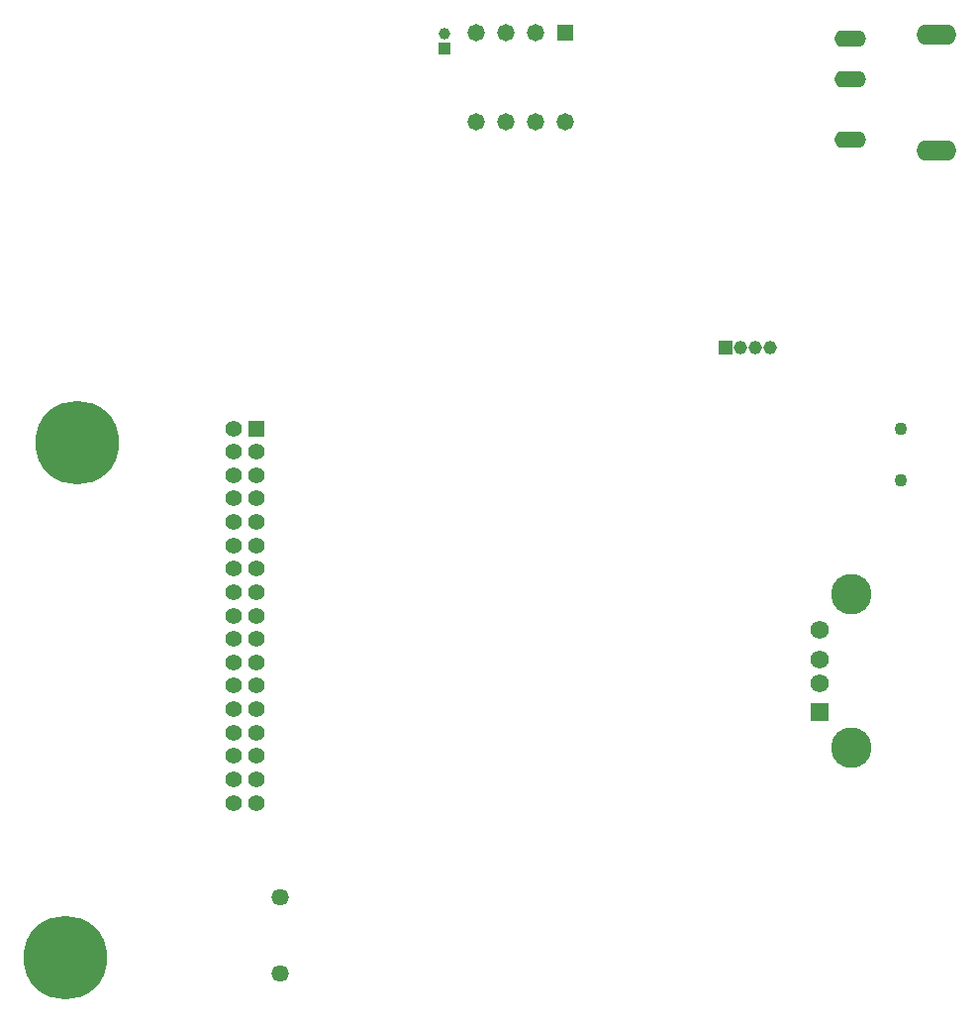
<source format=gbs>
G04*
G04 #@! TF.GenerationSoftware,Altium Limited,Altium Designer,24.5.2 (23)*
G04*
G04 Layer_Color=16711935*
%FSLAX25Y25*%
%MOIN*%
G70*
G04*
G04 #@! TF.SameCoordinates,E32C8930-F8F6-4D60-B923-159A8687A494*
G04*
G04*
G04 #@! TF.FilePolarity,Negative*
G04*
G01*
G75*
%ADD63C,0.28150*%
%ADD64C,0.05740*%
%ADD65R,0.03937X0.03937*%
%ADD66C,0.03937*%
%ADD67R,0.05791X0.05791*%
%ADD68C,0.05791*%
%ADD69R,0.04559X0.04559*%
%ADD70C,0.04559*%
%ADD71C,0.05591*%
%ADD72R,0.05591X0.05591*%
%ADD73R,0.06213X0.06213*%
%ADD74C,0.06213*%
%ADD75C,0.13646*%
%ADD76O,0.13465X0.06929*%
%ADD77O,0.10693X0.05543*%
%ADD78C,0.04331*%
D63*
X23622Y27559D02*
D03*
X27559Y200787D02*
D03*
D64*
X96102Y22205D02*
D03*
Y47795D02*
D03*
D65*
X151202Y333700D02*
D03*
D66*
Y338621D02*
D03*
D67*
X191944Y338815D02*
D03*
D68*
X181944D02*
D03*
Y308815D02*
D03*
X191944D02*
D03*
X171944Y338815D02*
D03*
X161944D02*
D03*
X171944Y308815D02*
D03*
X161944D02*
D03*
D69*
X246139Y232800D02*
D03*
D70*
X251060D02*
D03*
X255981D02*
D03*
X260902D02*
D03*
D71*
X80228Y150626D02*
D03*
Y158500D02*
D03*
Y166374D02*
D03*
Y174248D02*
D03*
Y182122D02*
D03*
Y189996D02*
D03*
Y197870D02*
D03*
Y205744D02*
D03*
X88102Y150626D02*
D03*
Y158500D02*
D03*
Y166374D02*
D03*
Y174248D02*
D03*
Y182122D02*
D03*
Y189996D02*
D03*
Y197870D02*
D03*
X80228Y142752D02*
D03*
Y79760D02*
D03*
Y87634D02*
D03*
Y95508D02*
D03*
Y103382D02*
D03*
Y111256D02*
D03*
Y119130D02*
D03*
Y127004D02*
D03*
Y134878D02*
D03*
X88102Y79760D02*
D03*
Y87634D02*
D03*
Y95508D02*
D03*
Y103382D02*
D03*
Y111256D02*
D03*
Y119130D02*
D03*
Y127004D02*
D03*
Y134878D02*
D03*
Y142752D02*
D03*
D72*
Y205744D02*
D03*
D73*
X277559Y110236D02*
D03*
D74*
Y120079D02*
D03*
Y127953D02*
D03*
Y137795D02*
D03*
D75*
X288228Y98150D02*
D03*
Y149882D02*
D03*
D76*
X316929Y338386D02*
D03*
Y299409D02*
D03*
D77*
X288189Y336811D02*
D03*
Y323425D02*
D03*
Y302953D02*
D03*
D78*
X305118Y205512D02*
D03*
Y188189D02*
D03*
M02*

</source>
